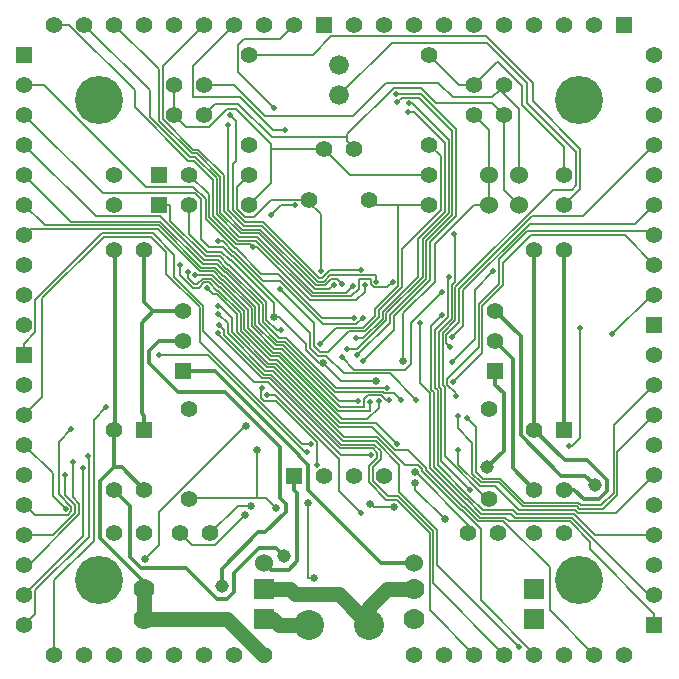
<source format=gbl>
G04 (created by PCBNEW-RS274X (2012-apr-16-27)-stable) date dim. 02 juin 2013 12:50:08 CST*
G01*
G70*
G90*
%MOIN*%
G04 Gerber Fmt 3.4, Leading zero omitted, Abs format*
%FSLAX34Y34*%
G04 APERTURE LIST*
%ADD10C,0.006000*%
%ADD11C,0.100000*%
%ADD12C,0.055000*%
%ADD13C,0.060000*%
%ADD14R,0.055000X0.055000*%
%ADD15C,0.066000*%
%ADD16C,0.056000*%
%ADD17C,0.160000*%
%ADD18C,0.070000*%
%ADD19R,0.070000X0.070000*%
%ADD20C,0.045000*%
%ADD21C,0.026000*%
%ADD22C,0.020000*%
%ADD23C,0.012000*%
%ADD24C,0.008200*%
%ADD25C,0.050000*%
G04 APERTURE END LIST*
G54D10*
G54D11*
X17000Y-25750D03*
X15000Y-25750D03*
G54D12*
X06500Y-26750D03*
X07500Y-26750D03*
X08500Y-26750D03*
X09500Y-26750D03*
X10500Y-26750D03*
X11500Y-26750D03*
X12500Y-26750D03*
X13500Y-26750D03*
X18500Y-26750D03*
X19500Y-26750D03*
X20500Y-26750D03*
X21500Y-26750D03*
X22500Y-26750D03*
X23500Y-26750D03*
X24500Y-26750D03*
X25500Y-26750D03*
G54D13*
X22000Y-10750D03*
X22000Y-11750D03*
X21000Y-10750D03*
X21000Y-11750D03*
G54D14*
X10000Y-11750D03*
G54D12*
X11000Y-11750D03*
G54D14*
X10000Y-10750D03*
G54D12*
X11000Y-10750D03*
G54D14*
X21200Y-17300D03*
G54D12*
X21200Y-16300D03*
X21200Y-15300D03*
G54D14*
X10800Y-17300D03*
G54D12*
X10800Y-16300D03*
X10800Y-15300D03*
G54D14*
X05500Y-16750D03*
G54D12*
X05500Y-17750D03*
X05500Y-18750D03*
X05500Y-19750D03*
X05500Y-20750D03*
X05500Y-21750D03*
X05500Y-22750D03*
X05500Y-23750D03*
X05500Y-24750D03*
X05500Y-25750D03*
G54D14*
X26500Y-25750D03*
G54D12*
X26500Y-24750D03*
X26500Y-23750D03*
X26500Y-22750D03*
X26500Y-21750D03*
X26500Y-20750D03*
X26500Y-19750D03*
X26500Y-18750D03*
X26500Y-17750D03*
X26500Y-16750D03*
G54D14*
X26500Y-15750D03*
G54D12*
X26500Y-14750D03*
X26500Y-13750D03*
X26500Y-12750D03*
X26500Y-11750D03*
X26500Y-10750D03*
X26500Y-09750D03*
X26500Y-08750D03*
X26500Y-07750D03*
X26500Y-06750D03*
G54D14*
X25500Y-05750D03*
G54D12*
X24500Y-05750D03*
X23500Y-05750D03*
X22500Y-05750D03*
X21500Y-05750D03*
X20500Y-05750D03*
X19500Y-05750D03*
X18500Y-05750D03*
X17500Y-05750D03*
X16500Y-05750D03*
G54D14*
X15500Y-05750D03*
G54D12*
X14500Y-05750D03*
X13500Y-05750D03*
X12500Y-05750D03*
X11500Y-05750D03*
X10500Y-05750D03*
X09500Y-05750D03*
X08500Y-05750D03*
X07500Y-05750D03*
X06500Y-05750D03*
G54D14*
X05500Y-06750D03*
G54D12*
X05500Y-07750D03*
X05500Y-08750D03*
X05500Y-09750D03*
X05500Y-10750D03*
X05500Y-11750D03*
X05500Y-12750D03*
X05500Y-13750D03*
X05500Y-14750D03*
X05500Y-15750D03*
G54D15*
X16000Y-07100D03*
X16000Y-08100D03*
G54D14*
X14500Y-20800D03*
G54D12*
X15500Y-20800D03*
X16500Y-20800D03*
X17500Y-20800D03*
X19000Y-09750D03*
X19000Y-06750D03*
X11000Y-18550D03*
X11000Y-21550D03*
X21000Y-18550D03*
X21000Y-21550D03*
G54D16*
X17000Y-11600D03*
X15000Y-11600D03*
G54D14*
X09500Y-19250D03*
G54D12*
X08500Y-19250D03*
G54D14*
X23500Y-19250D03*
G54D12*
X22500Y-19250D03*
X23500Y-11750D03*
X23500Y-10750D03*
X08500Y-21250D03*
X09500Y-21250D03*
X09500Y-22700D03*
X08500Y-22700D03*
X20300Y-22700D03*
X21300Y-22700D03*
X21500Y-08750D03*
X20500Y-08750D03*
X10500Y-08750D03*
X11500Y-08750D03*
X15500Y-09900D03*
X16500Y-09900D03*
X08500Y-11750D03*
X08500Y-10750D03*
X19000Y-11750D03*
X19000Y-10750D03*
X13000Y-10750D03*
X13000Y-11750D03*
X23500Y-13250D03*
X22500Y-13250D03*
X22500Y-21250D03*
X23500Y-21250D03*
X09500Y-13250D03*
X08500Y-13250D03*
X10700Y-22700D03*
X11700Y-22700D03*
X23500Y-22700D03*
X22500Y-22700D03*
X20500Y-07750D03*
X21500Y-07750D03*
X10500Y-07750D03*
X11500Y-07750D03*
G54D17*
X08000Y-24250D03*
X24000Y-24250D03*
X08000Y-08250D03*
X24000Y-08250D03*
G54D12*
X13000Y-09750D03*
X13000Y-06750D03*
G54D13*
X18500Y-23700D03*
X13500Y-23700D03*
G54D18*
X09500Y-24550D03*
G54D19*
X13500Y-24550D03*
G54D18*
X09500Y-25550D03*
G54D19*
X13500Y-25550D03*
G54D18*
X18500Y-24550D03*
G54D19*
X22500Y-24550D03*
G54D18*
X18500Y-25550D03*
G54D19*
X22500Y-25550D03*
G54D20*
X20933Y-20514D03*
X12075Y-24471D03*
G54D21*
X12878Y-19118D03*
X09522Y-23552D03*
X13049Y-21781D03*
X15150Y-24200D03*
X14952Y-21701D03*
X17804Y-21838D03*
X13810Y-15500D03*
X13259Y-19931D03*
X15468Y-17028D03*
X17226Y-17618D03*
X13895Y-21853D03*
X17027Y-21715D03*
X18516Y-20674D03*
X12865Y-22086D03*
X18530Y-21021D03*
X19517Y-22235D03*
X18130Y-16969D03*
G54D22*
X19826Y-12741D03*
X20354Y-21259D03*
X16771Y-16979D03*
X17896Y-08074D03*
X15346Y-16384D03*
X11964Y-16036D03*
X15375Y-13970D03*
X11944Y-15121D03*
X23643Y-19804D03*
X24015Y-15873D03*
X11990Y-15772D03*
X21989Y-26509D03*
X11963Y-15385D03*
X16545Y-16198D03*
X18270Y-08664D03*
X16496Y-15519D03*
X16260Y-16571D03*
X18318Y-08374D03*
X16597Y-16780D03*
X17931Y-08338D03*
X11967Y-12973D03*
X16780Y-15515D03*
X18556Y-18257D03*
X17578Y-17853D03*
X18046Y-18264D03*
X16632Y-18301D03*
X17643Y-18269D03*
X10687Y-13750D03*
X17913Y-19719D03*
X17308Y-18303D03*
X10950Y-13987D03*
X17027Y-18324D03*
X11202Y-14109D03*
X14535Y-11775D03*
X13713Y-12100D03*
X13808Y-08531D03*
X18687Y-15710D03*
X19798Y-17673D03*
X19892Y-18141D03*
X19754Y-16170D03*
X19694Y-16493D03*
X19413Y-15446D03*
X21133Y-13972D03*
X19750Y-17003D03*
X19646Y-14155D03*
X19958Y-19921D03*
X19958Y-18801D03*
X20245Y-18862D03*
X14933Y-20000D03*
X09983Y-16779D03*
X14180Y-09262D03*
X16072Y-14400D03*
X12289Y-09100D03*
X17233Y-14317D03*
X15808Y-14429D03*
X16459Y-14462D03*
X17060Y-20105D03*
X15047Y-19739D03*
X06875Y-21897D03*
X06869Y-20751D03*
X07107Y-20342D03*
X07446Y-20543D03*
X07616Y-20138D03*
X25100Y-16067D03*
X17772Y-14337D03*
X16715Y-13918D03*
X12358Y-08778D03*
X07066Y-19235D03*
X14024Y-14560D03*
X14054Y-15939D03*
X19414Y-14680D03*
X16077Y-16844D03*
X16733Y-22041D03*
X13571Y-18113D03*
X15239Y-20439D03*
X13413Y-17869D03*
X08234Y-18506D03*
X16846Y-14428D03*
X13113Y-13172D03*
X11574Y-14533D03*
G54D20*
X14168Y-23471D03*
X24521Y-21114D03*
G54D23*
X21793Y-16893D02*
X21200Y-16300D01*
X21793Y-20543D02*
X21793Y-16893D01*
X22500Y-21250D02*
X21793Y-20543D01*
X13511Y-22680D02*
X13293Y-22680D01*
X14020Y-19819D02*
X14020Y-21538D01*
X13293Y-22680D02*
X12075Y-23898D01*
X14206Y-21724D02*
X14206Y-21985D01*
X21483Y-19964D02*
X20933Y-20514D01*
X21483Y-18039D02*
X21483Y-19964D01*
X09647Y-17027D02*
X10618Y-17998D01*
X12199Y-17998D02*
X14020Y-19819D01*
X21200Y-17300D02*
X21200Y-17756D01*
X09647Y-16642D02*
X09647Y-17027D01*
X14206Y-21985D02*
X13511Y-22680D01*
X14020Y-21538D02*
X14206Y-21724D01*
X21200Y-17756D02*
X21483Y-18039D01*
X12075Y-23898D02*
X12075Y-24471D01*
X10618Y-17998D02*
X12199Y-17998D01*
X10800Y-16300D02*
X09989Y-16300D01*
X09989Y-16300D02*
X09647Y-16642D01*
G54D24*
X09972Y-23102D02*
X09972Y-22012D01*
X12866Y-19118D02*
X12878Y-19118D01*
X09972Y-22012D02*
X12866Y-19118D01*
X09522Y-23552D02*
X09972Y-23102D01*
X19789Y-08180D02*
X19290Y-07681D01*
X17561Y-07681D02*
X16457Y-08785D01*
X22000Y-08557D02*
X22000Y-10750D01*
X12496Y-07750D02*
X11500Y-07750D01*
X16457Y-08785D02*
X13531Y-08785D01*
X11700Y-22700D02*
X12619Y-21781D01*
X21500Y-07750D02*
X21362Y-07888D01*
X21362Y-07919D02*
X22000Y-08557D01*
X14950Y-24200D02*
X14952Y-24200D01*
X13531Y-08785D02*
X12496Y-07750D01*
X14952Y-24200D02*
X14950Y-24200D01*
X15150Y-24200D02*
X14952Y-24200D01*
X19290Y-07681D02*
X17561Y-07681D01*
X21101Y-08180D02*
X19789Y-08180D01*
X12619Y-21781D02*
X13049Y-21781D01*
X21362Y-07919D02*
X21101Y-08180D01*
X21362Y-07888D02*
X21362Y-07919D01*
X14952Y-21701D02*
X14952Y-24200D01*
G54D23*
X23500Y-13250D02*
X23500Y-18794D01*
X23500Y-19250D02*
X23500Y-18794D01*
G54D24*
X21500Y-11250D02*
X21500Y-08750D01*
X13259Y-21525D02*
X13259Y-19931D01*
X11025Y-21525D02*
X11000Y-21550D01*
X13259Y-21525D02*
X11025Y-21525D01*
X18545Y-20674D02*
X18516Y-20674D01*
X20300Y-22429D02*
X18545Y-20674D01*
X20300Y-22700D02*
X20300Y-22429D01*
X16244Y-09498D02*
X16244Y-09644D01*
X13567Y-21525D02*
X13895Y-21853D01*
X16244Y-09498D02*
X13743Y-09498D01*
X21098Y-08348D02*
X19228Y-08348D01*
X19228Y-08348D02*
X18728Y-07848D01*
X18728Y-07848D02*
X17803Y-07848D01*
X17803Y-07848D02*
X16244Y-09407D01*
X16244Y-09407D02*
X16244Y-09498D01*
X11865Y-08385D02*
X11500Y-08750D01*
X12630Y-08385D02*
X11865Y-08385D01*
X13743Y-09498D02*
X12630Y-08385D01*
X16244Y-09644D02*
X16500Y-09900D01*
X22000Y-11750D02*
X21500Y-11250D01*
X13259Y-21525D02*
X13567Y-21525D01*
X12068Y-13323D02*
X11601Y-13323D01*
X11000Y-12722D02*
X11000Y-11750D01*
X11601Y-13323D02*
X11000Y-12722D01*
X17804Y-21838D02*
X17150Y-21838D01*
X12349Y-13604D02*
X12068Y-13323D01*
X12383Y-13604D02*
X12349Y-13604D01*
X13810Y-15031D02*
X12383Y-13604D01*
X13810Y-15500D02*
X13810Y-15031D01*
X21500Y-08750D02*
X21098Y-08348D01*
X17150Y-21838D02*
X17027Y-21715D01*
X13977Y-15500D02*
X14874Y-16397D01*
X17226Y-17618D02*
X16058Y-17618D01*
X15316Y-17028D02*
X15468Y-17028D01*
X13810Y-15500D02*
X13977Y-15500D01*
X16058Y-17618D02*
X15468Y-17028D01*
X14874Y-16586D02*
X15316Y-17028D01*
X14874Y-16397D02*
X14874Y-16586D01*
G54D23*
X09406Y-18700D02*
X09500Y-18794D01*
X09406Y-15691D02*
X09406Y-18700D01*
X09797Y-15300D02*
X09406Y-15691D01*
X09500Y-13250D02*
X09500Y-15003D01*
X09500Y-19250D02*
X09500Y-18794D01*
X09797Y-15300D02*
X10800Y-15300D01*
X09500Y-15003D02*
X09797Y-15300D01*
X14956Y-21258D02*
X17398Y-23700D01*
X14652Y-20110D02*
X14652Y-20126D01*
X14956Y-20430D02*
X14956Y-21258D01*
X11842Y-17300D02*
X14652Y-20110D01*
X10800Y-17300D02*
X11842Y-17300D01*
X17398Y-23700D02*
X18500Y-23700D01*
X14652Y-20126D02*
X14956Y-20430D01*
X14600Y-23640D02*
X14600Y-21356D01*
X13500Y-23700D02*
X13729Y-23929D01*
X13729Y-23929D02*
X14311Y-23929D01*
X14311Y-23929D02*
X14600Y-23640D01*
X14500Y-20800D02*
X14500Y-21256D01*
X14600Y-21356D02*
X14500Y-21256D01*
X08500Y-20512D02*
X08762Y-20512D01*
X08500Y-19250D02*
X08515Y-19235D01*
X24244Y-20262D02*
X23512Y-20262D01*
X08034Y-22880D02*
X08034Y-20978D01*
X08034Y-20978D02*
X08500Y-20512D01*
G54D25*
X09500Y-24550D02*
X09500Y-25550D01*
G54D23*
X24645Y-21565D02*
X24927Y-21283D01*
G54D25*
X13450Y-26750D02*
X12250Y-25550D01*
G54D23*
X23823Y-21250D02*
X24138Y-21565D01*
X09500Y-24346D02*
X08034Y-22880D01*
X23500Y-21250D02*
X23823Y-21250D01*
X08515Y-13265D02*
X08500Y-13250D01*
X24138Y-21565D02*
X24645Y-21565D01*
G54D25*
X12250Y-25550D02*
X09500Y-25550D01*
G54D23*
X22500Y-13250D02*
X22500Y-19250D01*
X08500Y-20512D02*
X08500Y-19250D01*
X24927Y-20945D02*
X24244Y-20262D01*
G54D25*
X13500Y-26750D02*
X13450Y-26750D01*
G54D23*
X23512Y-20262D02*
X22500Y-19250D01*
X08762Y-20512D02*
X09500Y-21250D01*
X09500Y-24550D02*
X09500Y-24346D01*
X08515Y-19235D02*
X08515Y-13265D01*
X24927Y-21283D02*
X24927Y-20945D01*
G54D24*
X13729Y-11021D02*
X13729Y-09900D01*
X20000Y-07750D02*
X19000Y-06750D01*
X21000Y-10750D02*
X21000Y-09250D01*
X13000Y-11750D02*
X13729Y-11021D01*
X10500Y-08750D02*
X10500Y-07750D01*
X19000Y-10750D02*
X16350Y-10750D01*
X23500Y-09821D02*
X23500Y-10750D01*
X22099Y-08420D02*
X23500Y-09821D01*
X21000Y-11750D02*
X21000Y-10750D01*
X20500Y-07750D02*
X21267Y-06983D01*
X21267Y-06983D02*
X21299Y-06983D01*
X21299Y-06983D02*
X22099Y-07783D01*
X13729Y-09720D02*
X12561Y-08552D01*
X13729Y-09900D02*
X13729Y-09720D01*
X12265Y-08552D02*
X11665Y-09152D01*
X10902Y-09152D02*
X10500Y-08750D01*
X22099Y-07783D02*
X22099Y-08420D01*
X11102Y-23102D02*
X11864Y-23102D01*
X10700Y-22700D02*
X11102Y-23102D01*
X20500Y-07750D02*
X20000Y-07750D01*
X20498Y-11750D02*
X21000Y-11750D01*
X19179Y-13069D02*
X20498Y-11750D01*
X19179Y-14330D02*
X19179Y-13069D01*
X18130Y-15379D02*
X19179Y-14330D01*
X18130Y-16969D02*
X18130Y-15379D01*
X15500Y-09900D02*
X13729Y-09900D01*
X21000Y-09250D02*
X20500Y-08750D01*
X16350Y-10750D02*
X15500Y-09900D01*
X11665Y-09152D02*
X10902Y-09152D01*
X12561Y-08552D02*
X12265Y-08552D01*
X12865Y-22101D02*
X12865Y-22086D01*
X11864Y-23102D02*
X12865Y-22101D01*
X18530Y-21021D02*
X18530Y-21248D01*
X18530Y-21248D02*
X19517Y-22235D01*
G54D10*
X19839Y-14336D02*
X19839Y-12754D01*
X19393Y-20298D02*
X19393Y-17894D01*
X19315Y-17816D02*
X19315Y-15991D01*
X19746Y-15560D02*
X19746Y-14429D01*
X19393Y-17894D02*
X19315Y-17816D01*
X19746Y-14429D02*
X19839Y-14336D01*
X20354Y-21259D02*
X19393Y-20298D01*
X19315Y-15991D02*
X19746Y-15560D01*
X19839Y-12754D02*
X19826Y-12741D01*
X19883Y-09223D02*
X19883Y-12145D01*
X17814Y-15936D02*
X16771Y-16979D01*
X17896Y-08074D02*
X17912Y-08058D01*
X19883Y-12145D02*
X19023Y-13005D01*
X17814Y-15475D02*
X17814Y-15936D01*
X19023Y-14266D02*
X17814Y-15475D01*
X18718Y-08058D02*
X19883Y-09223D01*
X17912Y-08058D02*
X18718Y-08058D01*
X19023Y-13005D02*
X19023Y-14266D01*
X17150Y-11750D02*
X17965Y-11750D01*
X15880Y-15850D02*
X15346Y-16384D01*
X17199Y-15225D02*
X17199Y-15451D01*
X17965Y-14459D02*
X17199Y-15225D01*
X17000Y-11600D02*
X17150Y-11750D01*
X17965Y-11750D02*
X19000Y-11750D01*
X17965Y-11750D02*
X17965Y-14459D01*
X16800Y-15850D02*
X15880Y-15850D01*
X17199Y-15451D02*
X16800Y-15850D01*
X13434Y-17545D02*
X11964Y-16075D01*
X17108Y-19880D02*
X17046Y-19880D01*
X17568Y-21593D02*
X16986Y-21011D01*
X19006Y-25256D02*
X19006Y-22694D01*
X16986Y-20462D02*
X17253Y-20195D01*
X20500Y-26750D02*
X19006Y-25256D01*
X17046Y-19879D02*
X16013Y-19879D01*
X16986Y-21011D02*
X16986Y-20462D01*
X17046Y-19880D02*
X17046Y-19879D01*
X17905Y-21593D02*
X17568Y-21593D01*
X19006Y-22694D02*
X17905Y-21593D01*
X17253Y-20195D02*
X17253Y-20025D01*
X16013Y-19879D02*
X13679Y-17545D01*
X17253Y-20025D02*
X17108Y-19880D01*
X11964Y-16075D02*
X11964Y-16036D01*
X13679Y-17545D02*
X13434Y-17545D01*
X12590Y-11895D02*
X12590Y-11160D01*
X13728Y-11582D02*
X13146Y-12164D01*
X12859Y-12164D02*
X12590Y-11895D01*
X13146Y-12164D02*
X12859Y-12164D01*
X15000Y-11600D02*
X14952Y-11648D01*
X12590Y-11160D02*
X13000Y-10750D01*
X14886Y-11582D02*
X13728Y-11582D01*
X14952Y-11648D02*
X14886Y-11582D01*
X15375Y-12071D02*
X15375Y-13970D01*
X14952Y-11648D02*
X15375Y-12071D01*
X22500Y-26750D02*
X22500Y-26741D01*
X13829Y-17176D02*
X13584Y-17176D01*
X12403Y-15520D02*
X12004Y-15121D01*
X18761Y-20642D02*
X18761Y-20573D01*
X12403Y-15995D02*
X12403Y-15520D01*
X16163Y-19510D02*
X13829Y-17176D01*
X13584Y-17176D02*
X12403Y-15995D01*
X22500Y-26741D02*
X20706Y-24947D01*
X18761Y-20573D02*
X18617Y-20429D01*
X18176Y-20429D02*
X17257Y-19510D01*
X20063Y-21944D02*
X18761Y-20642D01*
X20095Y-21944D02*
X20063Y-21944D01*
X17257Y-19510D02*
X16163Y-19510D01*
X18617Y-20429D02*
X18176Y-20429D01*
X20706Y-22555D02*
X20095Y-21944D01*
X12004Y-15121D02*
X11944Y-15121D01*
X20706Y-24947D02*
X20706Y-22555D01*
X24015Y-15873D02*
X24015Y-19531D01*
X24015Y-19531D02*
X23742Y-19804D01*
X23742Y-19804D02*
X23643Y-19804D01*
X17618Y-21470D02*
X17109Y-20961D01*
X17157Y-19756D02*
X16063Y-19756D01*
X12157Y-15939D02*
X11990Y-15772D01*
X17376Y-20245D02*
X17376Y-19975D01*
X13484Y-17422D02*
X12157Y-16095D01*
X12157Y-16095D02*
X12157Y-15939D01*
X16063Y-19756D02*
X13729Y-17422D01*
X17376Y-19975D02*
X17157Y-19756D01*
X17109Y-20512D02*
X17376Y-20245D01*
X17955Y-21470D02*
X17618Y-21470D01*
X17109Y-20961D02*
X17109Y-20512D01*
X19129Y-24379D02*
X19129Y-22644D01*
X13729Y-17422D02*
X13484Y-17422D01*
X21500Y-26750D02*
X19129Y-24379D01*
X19129Y-22644D02*
X17955Y-21470D01*
X16113Y-19633D02*
X13779Y-17299D01*
X12280Y-16045D02*
X12280Y-15702D01*
X17207Y-19633D02*
X16113Y-19633D01*
X12280Y-15702D02*
X11963Y-15385D01*
X19252Y-23772D02*
X19252Y-22594D01*
X21989Y-26509D02*
X19252Y-23772D01*
X13779Y-17299D02*
X13534Y-17299D01*
X17990Y-21332D02*
X17990Y-20416D01*
X17990Y-20416D02*
X17207Y-19633D01*
X19252Y-22594D02*
X17990Y-21332D01*
X13534Y-17299D02*
X12280Y-16045D01*
X18618Y-12881D02*
X19514Y-11985D01*
X18618Y-14152D02*
X18618Y-12881D01*
X19514Y-11985D02*
X19514Y-09702D01*
X18476Y-08664D02*
X18270Y-08664D01*
X19514Y-09702D02*
X18476Y-08664D01*
X16799Y-16197D02*
X17445Y-15551D01*
X16545Y-16198D02*
X16545Y-16197D01*
X17445Y-15551D02*
X17445Y-15325D01*
X16545Y-16197D02*
X16799Y-16197D01*
X17445Y-15325D02*
X18618Y-14152D01*
X13966Y-14056D02*
X15429Y-15519D01*
X09543Y-11148D02*
X11135Y-11148D01*
X12513Y-13202D02*
X12547Y-13202D01*
X11135Y-11148D02*
X11537Y-11550D01*
X11537Y-11550D02*
X11537Y-12226D01*
X06145Y-07750D02*
X09543Y-11148D01*
X13401Y-14056D02*
X13966Y-14056D01*
X15429Y-15519D02*
X16496Y-15519D01*
X12547Y-13202D02*
X13401Y-14056D01*
X05500Y-07750D02*
X06145Y-07750D01*
X11537Y-12226D02*
X12513Y-13202D01*
X18414Y-08374D02*
X19637Y-09597D01*
X18777Y-12905D02*
X18777Y-14166D01*
X16598Y-16571D02*
X16260Y-16571D01*
X17568Y-15601D02*
X16598Y-16571D01*
X19637Y-12045D02*
X18777Y-12905D01*
X17568Y-15375D02*
X17568Y-15601D01*
X18777Y-14166D02*
X17568Y-15375D01*
X19637Y-09597D02*
X19637Y-12045D01*
X18318Y-08374D02*
X18414Y-08374D01*
X18088Y-08181D02*
X18640Y-08181D01*
X19760Y-09301D02*
X19760Y-12095D01*
X17931Y-08338D02*
X18088Y-08181D01*
X18900Y-14216D02*
X17691Y-15425D01*
X17691Y-15686D02*
X16597Y-16780D01*
X17691Y-15425D02*
X17691Y-15686D01*
X18900Y-12955D02*
X18900Y-14216D01*
X19760Y-12095D02*
X18900Y-12955D01*
X18640Y-08181D02*
X19760Y-09301D01*
X16568Y-15727D02*
X16780Y-15515D01*
X12111Y-12973D02*
X12463Y-13325D01*
X12497Y-13325D02*
X13459Y-14287D01*
X15464Y-15727D02*
X16568Y-15727D01*
X13459Y-14287D02*
X14024Y-14287D01*
X11967Y-12973D02*
X12111Y-12973D01*
X14024Y-14287D02*
X15464Y-15727D01*
X12463Y-13325D02*
X12497Y-13325D01*
X11391Y-12893D02*
X11665Y-13167D01*
X08109Y-11359D02*
X11171Y-11359D01*
X12132Y-13167D02*
X12413Y-13448D01*
X11171Y-11359D02*
X11391Y-11579D01*
X15030Y-16031D02*
X15030Y-16522D01*
X15030Y-16522D02*
X15291Y-16783D01*
X12413Y-13448D02*
X12447Y-13448D01*
X12447Y-13448D02*
X15030Y-16031D01*
X15569Y-16783D02*
X16159Y-17373D01*
X11391Y-11579D02*
X11391Y-12893D01*
X05500Y-08750D02*
X08109Y-11359D01*
X17672Y-17373D02*
X18556Y-18257D01*
X15291Y-16783D02*
X15569Y-16783D01*
X11665Y-13167D02*
X12132Y-13167D01*
X16159Y-17373D02*
X17672Y-17373D01*
X11487Y-13602D02*
X10016Y-12131D01*
X10016Y-12131D02*
X07881Y-12131D01*
X07881Y-12131D02*
X05500Y-09750D01*
X13442Y-15056D02*
X12269Y-13883D01*
X17567Y-17864D02*
X15901Y-17864D01*
X15901Y-17864D02*
X14229Y-16192D01*
X12269Y-13883D02*
X12235Y-13883D01*
X12235Y-13883D02*
X11954Y-13602D01*
X11954Y-13602D02*
X11487Y-13602D01*
X13442Y-15650D02*
X13442Y-15056D01*
X13984Y-16192D02*
X13442Y-15650D01*
X17578Y-17853D02*
X17567Y-17864D01*
X14229Y-16192D02*
X13984Y-16192D01*
X11904Y-13725D02*
X11437Y-13725D01*
X10027Y-12315D02*
X07065Y-12315D01*
X07065Y-12315D02*
X05500Y-10750D01*
X11437Y-13725D02*
X10027Y-12315D01*
X12219Y-14006D02*
X12185Y-14006D01*
X18046Y-18264D02*
X17828Y-18046D01*
X13319Y-15106D02*
X12219Y-14006D01*
X17438Y-17987D02*
X15851Y-17987D01*
X15851Y-17987D02*
X14179Y-16315D01*
X14179Y-16315D02*
X13934Y-16315D01*
X13934Y-16315D02*
X13319Y-15700D01*
X17497Y-18046D02*
X17438Y-17987D01*
X13319Y-15700D02*
X13319Y-15106D01*
X17828Y-18046D02*
X17497Y-18046D01*
X12185Y-14006D02*
X11904Y-13725D01*
X12169Y-14129D02*
X12135Y-14129D01*
X13884Y-16438D02*
X13196Y-15750D01*
X06188Y-12438D02*
X05500Y-11750D01*
X09977Y-12438D02*
X06188Y-12438D01*
X13196Y-15156D02*
X12169Y-14129D01*
X11387Y-13848D02*
X09977Y-12438D01*
X15992Y-18301D02*
X14129Y-16438D01*
X13196Y-15750D02*
X13196Y-15156D01*
X12135Y-14129D02*
X11854Y-13848D01*
X11854Y-13848D02*
X11387Y-13848D01*
X14129Y-16438D02*
X13884Y-16438D01*
X16632Y-18301D02*
X15992Y-18301D01*
X09938Y-12572D02*
X05678Y-12572D01*
X13073Y-15206D02*
X12119Y-14252D01*
X12085Y-14252D02*
X11804Y-13971D01*
X05678Y-12572D02*
X05500Y-12750D01*
X11337Y-13971D02*
X09938Y-12572D01*
X11804Y-13971D02*
X11337Y-13971D01*
X12119Y-14252D02*
X12085Y-14252D01*
X17388Y-18110D02*
X16960Y-18110D01*
X16014Y-18496D02*
X14079Y-16561D01*
X16960Y-18110D02*
X16833Y-18237D01*
X16833Y-18237D02*
X16833Y-18480D01*
X13834Y-16561D02*
X13073Y-15800D01*
X17643Y-18269D02*
X17547Y-18269D01*
X13073Y-15800D02*
X13073Y-15206D01*
X16817Y-18496D02*
X16014Y-18496D01*
X14079Y-16561D02*
X13834Y-16561D01*
X17547Y-18269D02*
X17388Y-18110D01*
X16833Y-18480D02*
X16817Y-18496D01*
X13684Y-16930D02*
X13929Y-16930D01*
X17222Y-19028D02*
X17913Y-19719D01*
X12704Y-15356D02*
X12704Y-15950D01*
X11495Y-14340D02*
X11654Y-14340D01*
X16027Y-19028D02*
X17222Y-19028D01*
X13929Y-16930D02*
X16027Y-19028D01*
X12704Y-15950D02*
X13684Y-16930D01*
X11935Y-14621D02*
X11969Y-14621D01*
X11314Y-14521D02*
X11495Y-14340D01*
X11106Y-14521D02*
X11314Y-14521D01*
X11969Y-14621D02*
X12704Y-15356D01*
X10687Y-13750D02*
X10687Y-14102D01*
X10687Y-14102D02*
X11106Y-14521D01*
X11654Y-14340D02*
X11935Y-14621D01*
X17308Y-18516D02*
X16919Y-18905D01*
X11704Y-14217D02*
X11445Y-14217D01*
X16077Y-18905D02*
X13979Y-16807D01*
X12019Y-14498D02*
X11985Y-14498D01*
X12827Y-15306D02*
X12019Y-14498D01*
X10950Y-14192D02*
X10950Y-13987D01*
X16919Y-18905D02*
X16077Y-18905D01*
X11264Y-14398D02*
X11156Y-14398D01*
X13979Y-16807D02*
X13734Y-16807D01*
X12827Y-15900D02*
X12827Y-15306D01*
X11156Y-14398D02*
X10950Y-14192D01*
X11445Y-14217D02*
X11264Y-14398D01*
X13734Y-16807D02*
X12827Y-15900D01*
X17308Y-18303D02*
X17308Y-18516D01*
X11985Y-14498D02*
X11704Y-14217D01*
X17011Y-18622D02*
X15967Y-18622D01*
X12950Y-15850D02*
X12950Y-15256D01*
X14029Y-16684D02*
X13784Y-16684D01*
X17027Y-18606D02*
X17011Y-18622D01*
X12035Y-14375D02*
X11754Y-14094D01*
X11754Y-14094D02*
X11217Y-14094D01*
X17027Y-18324D02*
X17027Y-18606D01*
X15967Y-18622D02*
X14029Y-16684D01*
X13784Y-16684D02*
X12950Y-15850D01*
X12069Y-14375D02*
X12035Y-14375D01*
X12950Y-15256D02*
X12069Y-14375D01*
X11217Y-14094D02*
X11202Y-14109D01*
X14038Y-11775D02*
X13713Y-12100D01*
X14535Y-11775D02*
X14038Y-11775D01*
X14033Y-06217D02*
X12819Y-06217D01*
X12819Y-06217D02*
X12615Y-06421D01*
X14500Y-05750D02*
X14033Y-06217D01*
X12615Y-06421D02*
X12615Y-07338D01*
X12615Y-07338D02*
X13808Y-08531D01*
X19024Y-18044D02*
X19024Y-20547D01*
X26500Y-25750D02*
X26500Y-25382D01*
X20175Y-21698D02*
X20195Y-21698D01*
X20678Y-22181D02*
X21518Y-22181D01*
X24353Y-22981D02*
X24353Y-23235D01*
X19024Y-20547D02*
X20175Y-21698D01*
X21518Y-22181D02*
X21641Y-22304D01*
X20195Y-21698D02*
X20678Y-22181D01*
X21641Y-22304D02*
X23676Y-22304D01*
X18687Y-17707D02*
X19024Y-18044D01*
X23676Y-22304D02*
X24353Y-22981D01*
X24353Y-23235D02*
X26500Y-25382D01*
X18687Y-15710D02*
X18687Y-17707D01*
X21457Y-13690D02*
X22377Y-12770D01*
X25520Y-12770D02*
X26500Y-13750D01*
X22377Y-12770D02*
X25520Y-12770D01*
X19798Y-17673D02*
X20767Y-16704D01*
X21457Y-14437D02*
X21457Y-13690D01*
X20767Y-15127D02*
X21457Y-14437D01*
X20767Y-16704D02*
X20767Y-15127D01*
X20644Y-15077D02*
X21334Y-14387D01*
X20644Y-16513D02*
X20644Y-15077D01*
X22247Y-12646D02*
X26396Y-12646D01*
X19597Y-17752D02*
X19597Y-17560D01*
X19892Y-18047D02*
X19597Y-17752D01*
X19892Y-18141D02*
X19892Y-18047D01*
X21334Y-14387D02*
X21334Y-13559D01*
X19597Y-17560D02*
X20644Y-16513D01*
X26396Y-12646D02*
X26500Y-12750D01*
X21334Y-13559D02*
X22247Y-12646D01*
X26500Y-11750D02*
X25869Y-12381D01*
X20118Y-14600D02*
X20118Y-15806D01*
X20118Y-15806D02*
X19754Y-16170D01*
X25869Y-12381D02*
X22337Y-12381D01*
X22337Y-12381D02*
X20118Y-14600D01*
X19561Y-16360D02*
X19694Y-16493D01*
X24132Y-12118D02*
X22425Y-12118D01*
X19561Y-16091D02*
X19561Y-16360D01*
X19992Y-14551D02*
X19992Y-15660D01*
X19992Y-15660D02*
X19561Y-16091D01*
X22425Y-12118D02*
X19992Y-14551D01*
X26500Y-09750D02*
X24132Y-12118D01*
X23763Y-22181D02*
X26332Y-24750D01*
X21853Y-22181D02*
X23763Y-22181D01*
X19413Y-15446D02*
X19069Y-15790D01*
X20225Y-21575D02*
X20245Y-21575D01*
X19147Y-17994D02*
X19147Y-20497D01*
X20245Y-21575D02*
X20728Y-22058D01*
X20728Y-22058D02*
X21730Y-22058D01*
X19069Y-17916D02*
X19147Y-17994D01*
X19069Y-15790D02*
X19069Y-17916D01*
X21730Y-22058D02*
X21853Y-22181D01*
X19147Y-20497D02*
X20225Y-21575D01*
X26332Y-24750D02*
X26500Y-24750D01*
X20511Y-16242D02*
X20511Y-14594D01*
X19750Y-17003D02*
X20511Y-16242D01*
X20511Y-14594D02*
X21133Y-13972D01*
X21780Y-21935D02*
X21903Y-22058D01*
X20778Y-21935D02*
X21780Y-21935D01*
X19646Y-14155D02*
X19623Y-14178D01*
X19192Y-15941D02*
X19192Y-17866D01*
X24505Y-22750D02*
X26500Y-22750D01*
X23813Y-22058D02*
X24505Y-22750D01*
X19270Y-20447D02*
X20275Y-21452D01*
X21903Y-22058D02*
X23813Y-22058D01*
X20295Y-21452D02*
X20778Y-21935D01*
X19270Y-17944D02*
X19270Y-20447D01*
X19623Y-15510D02*
X19192Y-15941D01*
X19623Y-14178D02*
X19623Y-15510D01*
X20275Y-21452D02*
X20295Y-21452D01*
X19192Y-17866D02*
X19270Y-17944D01*
X21992Y-21935D02*
X21193Y-21136D01*
X21193Y-21136D02*
X20678Y-21136D01*
X20678Y-21136D02*
X19958Y-20416D01*
X23951Y-22022D02*
X23864Y-21935D01*
X19958Y-20416D02*
X19958Y-19921D01*
X23864Y-21935D02*
X21992Y-21935D01*
X26500Y-20750D02*
X25228Y-22022D01*
X25228Y-22022D02*
X23951Y-22022D01*
X24782Y-21899D02*
X25261Y-21420D01*
X25261Y-19989D02*
X26500Y-18750D01*
X20434Y-20719D02*
X20728Y-21013D01*
X24001Y-21899D02*
X24782Y-21899D01*
X19958Y-18801D02*
X19958Y-19206D01*
X21316Y-21013D02*
X22114Y-21811D01*
X19958Y-19206D02*
X20434Y-19682D01*
X23913Y-21811D02*
X24001Y-21899D01*
X25261Y-21420D02*
X25261Y-19989D01*
X22114Y-21811D02*
X23913Y-21811D01*
X20728Y-21013D02*
X21316Y-21013D01*
X20434Y-19682D02*
X20434Y-20719D01*
X25138Y-21370D02*
X25138Y-19112D01*
X25138Y-19112D02*
X26500Y-17750D01*
X22163Y-21687D02*
X23962Y-21687D01*
X20557Y-20669D02*
X20778Y-20890D01*
X24051Y-21776D02*
X24732Y-21776D01*
X24732Y-21776D02*
X25138Y-21370D01*
X20778Y-20890D02*
X21366Y-20890D01*
X20245Y-18862D02*
X20557Y-19174D01*
X21366Y-20890D02*
X22163Y-21687D01*
X20557Y-19174D02*
X20557Y-20669D01*
X23962Y-21687D02*
X24051Y-21776D01*
X14840Y-20000D02*
X11619Y-16779D01*
X11619Y-16779D02*
X09983Y-16779D01*
X14933Y-20000D02*
X14840Y-20000D01*
X12500Y-05750D02*
X11109Y-07141D01*
X11109Y-08133D02*
X11125Y-08149D01*
X13786Y-09261D02*
X14180Y-09261D01*
X11109Y-07141D02*
X11109Y-08133D01*
X14180Y-09261D02*
X14180Y-09262D01*
X11125Y-08149D02*
X12674Y-08149D01*
X12674Y-08149D02*
X13786Y-09261D01*
X12152Y-11976D02*
X12152Y-10779D01*
X10110Y-08909D02*
X10110Y-07140D01*
X11296Y-09923D02*
X11124Y-09923D01*
X11124Y-09923D02*
X10110Y-08909D01*
X13362Y-12587D02*
X12763Y-12587D01*
X12763Y-12587D02*
X12152Y-11976D01*
X15520Y-14445D02*
X15220Y-14445D01*
X15220Y-14445D02*
X13362Y-12587D01*
X10110Y-07140D02*
X11500Y-05750D01*
X16072Y-14400D02*
X15908Y-14236D01*
X15908Y-14236D02*
X15729Y-14236D01*
X15729Y-14236D02*
X15520Y-14445D01*
X12152Y-10779D02*
X11296Y-09923D01*
X17233Y-14147D02*
X17197Y-14111D01*
X15470Y-14322D02*
X15270Y-14322D01*
X17197Y-14111D02*
X15681Y-14111D01*
X15681Y-14111D02*
X15470Y-14322D01*
X15270Y-14322D02*
X13412Y-12464D01*
X13412Y-12464D02*
X12813Y-12464D01*
X12813Y-12464D02*
X12289Y-11940D01*
X12289Y-11940D02*
X12289Y-09100D01*
X17233Y-14317D02*
X17233Y-14147D01*
X15669Y-14568D02*
X15170Y-14568D01*
X09987Y-07237D02*
X08500Y-05750D01*
X15170Y-14568D02*
X13312Y-12710D01*
X13312Y-12710D02*
X12713Y-12710D01*
X15808Y-14429D02*
X15669Y-14568D01*
X12029Y-10829D02*
X11246Y-10046D01*
X11246Y-10046D02*
X11073Y-10046D01*
X12713Y-12710D02*
X12029Y-12026D01*
X11073Y-10046D02*
X09987Y-08960D01*
X09987Y-08960D02*
X09987Y-07237D01*
X12029Y-12026D02*
X12029Y-10829D01*
X12663Y-12833D02*
X11906Y-12076D01*
X11196Y-10169D02*
X11023Y-10169D01*
X11906Y-12076D02*
X11906Y-10879D01*
X16459Y-14462D02*
X16230Y-14691D01*
X15120Y-14691D02*
X13262Y-12833D01*
X09691Y-08837D02*
X09691Y-07941D01*
X11906Y-10879D02*
X11196Y-10169D01*
X11023Y-10169D02*
X09691Y-08837D01*
X16230Y-14691D02*
X15120Y-14691D01*
X13262Y-12833D02*
X12663Y-12833D01*
X09691Y-07941D02*
X07500Y-05750D01*
X05500Y-16750D02*
X05500Y-16382D01*
X16066Y-20105D02*
X17060Y-20105D01*
X13629Y-17668D02*
X16066Y-20105D01*
X13155Y-17668D02*
X13629Y-17668D01*
X11461Y-15974D02*
X13155Y-17668D01*
X11461Y-15127D02*
X11461Y-15974D01*
X10494Y-14160D02*
X11461Y-15127D01*
X10494Y-13416D02*
X10494Y-14160D01*
X09773Y-12695D02*
X10494Y-13416D01*
X08102Y-12695D02*
X09773Y-12695D01*
X05868Y-14929D02*
X08102Y-12695D01*
X05868Y-16014D02*
X05868Y-14929D01*
X05500Y-16382D02*
X05868Y-16014D01*
X06095Y-14877D02*
X08154Y-12818D01*
X11338Y-15177D02*
X11338Y-16325D01*
X11338Y-16325D02*
X14752Y-19739D01*
X10235Y-14074D02*
X11338Y-15177D01*
X10235Y-13330D02*
X10235Y-14074D01*
X08154Y-12818D02*
X09723Y-12818D01*
X09723Y-12818D02*
X10235Y-13330D01*
X14752Y-19739D02*
X15047Y-19739D01*
X05500Y-18750D02*
X06095Y-18155D01*
X06095Y-18155D02*
X06095Y-14877D01*
X05500Y-19750D02*
X06457Y-20707D01*
X06457Y-21479D02*
X06875Y-21897D01*
X06457Y-20707D02*
X06457Y-21479D01*
X07191Y-22027D02*
X07191Y-21767D01*
X07191Y-21767D02*
X06869Y-21445D01*
X06869Y-21445D02*
X06869Y-20751D01*
X05500Y-22750D02*
X06468Y-22750D01*
X06468Y-22750D02*
X07191Y-22027D01*
X07314Y-22077D02*
X07314Y-21717D01*
X05500Y-23750D02*
X05641Y-23750D01*
X07107Y-21510D02*
X07107Y-20342D01*
X05641Y-23750D02*
X07314Y-22077D01*
X07314Y-21717D02*
X07107Y-21510D01*
X05500Y-24750D02*
X07446Y-22804D01*
X07446Y-22804D02*
X07446Y-20543D01*
X05869Y-24586D02*
X07640Y-22815D01*
X05869Y-25381D02*
X05869Y-24586D01*
X05500Y-25750D02*
X05869Y-25381D01*
X07640Y-20162D02*
X07616Y-20138D01*
X07640Y-22815D02*
X07640Y-20162D01*
X16000Y-08100D02*
X17749Y-06351D01*
X23104Y-11266D02*
X19869Y-14501D01*
X20912Y-06351D02*
X22264Y-07703D01*
X22264Y-07703D02*
X22264Y-08363D01*
X22264Y-08363D02*
X23890Y-09989D01*
X20919Y-21550D02*
X21000Y-21550D01*
X19516Y-17844D02*
X19516Y-20147D01*
X23890Y-11112D02*
X23736Y-11266D01*
X23736Y-11266D02*
X23104Y-11266D01*
X23890Y-09989D02*
X23890Y-11112D01*
X17749Y-06351D02*
X20912Y-06351D01*
X19869Y-15610D02*
X19438Y-16041D01*
X19438Y-16041D02*
X19438Y-17766D01*
X19869Y-14501D02*
X19869Y-15610D01*
X19438Y-17766D02*
X19516Y-17844D01*
X19516Y-20147D02*
X20919Y-21550D01*
X26500Y-14750D02*
X26417Y-14750D01*
X26417Y-14750D02*
X25100Y-16067D01*
X06979Y-05750D02*
X06500Y-05750D01*
X10958Y-10294D02*
X09176Y-08512D01*
X09176Y-07947D02*
X06979Y-05750D01*
X09176Y-08512D02*
X09176Y-07947D01*
X11783Y-10929D02*
X11148Y-10294D01*
X11783Y-12126D02*
X11783Y-10929D01*
X11148Y-10294D02*
X10958Y-10294D01*
X16661Y-14234D02*
X16653Y-14242D01*
X12613Y-12956D02*
X11783Y-12126D01*
X17039Y-14250D02*
X17023Y-14234D01*
X17599Y-14510D02*
X17154Y-14510D01*
X16653Y-14559D02*
X16398Y-14814D01*
X16398Y-14814D02*
X15070Y-14814D01*
X13212Y-12956D02*
X12613Y-12956D01*
X15070Y-14814D02*
X13212Y-12956D01*
X17772Y-14337D02*
X17599Y-14510D01*
X17039Y-14395D02*
X17039Y-14250D01*
X17023Y-14234D02*
X16661Y-14234D01*
X16653Y-14242D02*
X16653Y-14559D01*
X17154Y-14510D02*
X17039Y-14395D01*
X13462Y-12341D02*
X12863Y-12341D01*
X12863Y-12341D02*
X12451Y-11929D01*
X12558Y-10300D02*
X12558Y-08978D01*
X12558Y-08978D02*
X12358Y-08778D01*
X12451Y-10407D02*
X12558Y-10300D01*
X15701Y-13918D02*
X15420Y-14199D01*
X16715Y-13918D02*
X15701Y-13918D01*
X15320Y-14199D02*
X13462Y-12341D01*
X15420Y-14199D02*
X15320Y-14199D01*
X12451Y-11929D02*
X12451Y-10407D01*
X06650Y-21399D02*
X06650Y-19651D01*
X07068Y-21977D02*
X07068Y-21817D01*
X06650Y-19651D02*
X07066Y-19235D01*
X07068Y-21817D02*
X06650Y-21399D01*
X06938Y-22107D02*
X07068Y-21977D01*
X05857Y-22107D02*
X06938Y-22107D01*
X05500Y-21750D02*
X05857Y-22107D01*
X15153Y-16472D02*
X15341Y-16660D01*
X16322Y-15973D02*
X16850Y-15973D01*
X17322Y-15275D02*
X18088Y-14509D01*
X15153Y-15689D02*
X15153Y-16472D01*
X15635Y-16660D02*
X16322Y-15973D01*
X15341Y-16660D02*
X15635Y-16660D01*
X14024Y-14560D02*
X15153Y-15689D01*
X18088Y-14509D02*
X18088Y-13223D01*
X10368Y-12310D02*
X10368Y-11750D01*
X10000Y-11750D02*
X10368Y-11750D01*
X12285Y-13760D02*
X12004Y-13479D01*
X11537Y-13479D02*
X10368Y-12310D01*
X18088Y-13223D02*
X19390Y-11921D01*
X14054Y-15938D02*
X13903Y-15938D01*
X13565Y-15006D02*
X12319Y-13760D01*
X12004Y-13479D02*
X11537Y-13479D01*
X19390Y-11921D02*
X19390Y-10140D01*
X12319Y-13760D02*
X12285Y-13760D01*
X19390Y-10140D02*
X19000Y-09750D01*
X13565Y-15600D02*
X13565Y-15006D01*
X13903Y-15938D02*
X13565Y-15600D01*
X14054Y-15939D02*
X14054Y-15938D01*
X17322Y-15501D02*
X17322Y-15275D01*
X16850Y-15973D02*
X17322Y-15501D01*
X18195Y-17250D02*
X16483Y-17250D01*
X18388Y-17057D02*
X18195Y-17250D01*
X19414Y-14680D02*
X18388Y-15706D01*
X24014Y-11236D02*
X24014Y-09881D01*
X24014Y-09881D02*
X22439Y-08306D01*
X15109Y-06750D02*
X13000Y-06750D01*
X20876Y-06139D02*
X15720Y-06139D01*
X22439Y-08306D02*
X22439Y-07702D01*
X16483Y-17250D02*
X16077Y-16844D01*
X23500Y-11750D02*
X24014Y-11236D01*
X18388Y-15706D02*
X18388Y-17057D01*
X22439Y-07702D02*
X20876Y-06139D01*
X15720Y-06139D02*
X15109Y-06750D01*
X13571Y-18113D02*
X13869Y-18113D01*
X16001Y-21309D02*
X16733Y-22041D01*
X16001Y-20245D02*
X16001Y-21309D01*
X13869Y-18113D02*
X16001Y-20245D01*
X15240Y-20439D02*
X15239Y-20439D01*
X13887Y-18306D02*
X15240Y-19659D01*
X13413Y-17869D02*
X13378Y-17904D01*
X15240Y-19659D02*
X15240Y-20439D01*
X13378Y-18192D02*
X13492Y-18306D01*
X13492Y-18306D02*
X13887Y-18306D01*
X13378Y-17904D02*
X13378Y-18192D01*
X06500Y-26382D02*
X06500Y-24262D01*
X07812Y-22950D02*
X07812Y-18928D01*
X06500Y-24262D02*
X07812Y-22950D01*
X07812Y-18928D02*
X08234Y-18506D01*
X06500Y-26750D02*
X06500Y-26382D01*
X18279Y-19918D02*
X17838Y-19918D01*
X16557Y-14941D02*
X15024Y-14941D01*
X15024Y-14941D02*
X13255Y-13172D01*
X13255Y-13172D02*
X13113Y-13172D01*
X13634Y-17053D02*
X12581Y-16000D01*
X16846Y-14652D02*
X16557Y-14941D01*
X11785Y-14744D02*
X11574Y-14533D01*
X18901Y-20540D02*
X18279Y-19918D01*
X20125Y-21821D02*
X18901Y-20597D01*
X12563Y-13079D02*
X11660Y-12176D01*
X13020Y-13079D02*
X12563Y-13079D01*
X11660Y-11410D02*
X11000Y-10750D01*
X11660Y-12176D02*
X11660Y-11410D01*
X16846Y-14428D02*
X16846Y-14652D01*
X17838Y-19918D02*
X17071Y-19151D01*
X17071Y-19151D02*
X15977Y-19151D01*
X15977Y-19151D02*
X13879Y-17053D01*
X13879Y-17053D02*
X13634Y-17053D01*
X11919Y-14744D02*
X11785Y-14744D01*
X12581Y-15406D02*
X11919Y-14744D01*
X12581Y-16000D02*
X12581Y-15406D01*
X20628Y-22304D02*
X20145Y-21821D01*
X13113Y-13172D02*
X13020Y-13079D01*
X20145Y-21821D02*
X20125Y-21821D01*
X21468Y-22304D02*
X20628Y-22304D01*
X18901Y-20597D02*
X18901Y-20540D01*
X23010Y-23846D02*
X21468Y-22304D01*
X23010Y-25260D02*
X23010Y-23846D01*
X24500Y-26750D02*
X23010Y-25260D01*
G54D25*
X17600Y-24550D02*
X18500Y-24550D01*
X17000Y-25150D02*
X17600Y-24550D01*
X14350Y-24550D02*
X13500Y-24550D01*
X14525Y-24725D02*
X14350Y-24550D01*
X15975Y-24725D02*
X14525Y-24725D01*
X17000Y-25750D02*
X17000Y-25150D01*
X17000Y-25750D02*
X15975Y-24725D01*
X13500Y-25550D02*
X13800Y-25550D01*
X14000Y-25750D02*
X15000Y-25750D01*
X13800Y-25550D02*
X14000Y-25750D01*
G54D23*
X09033Y-21783D02*
X09033Y-23502D01*
X21200Y-15300D02*
X22044Y-16144D01*
X09033Y-23502D02*
X09394Y-23863D01*
X08500Y-21250D02*
X09033Y-21783D01*
X24190Y-20783D02*
X24521Y-21114D01*
X23388Y-20783D02*
X24190Y-20783D01*
X13885Y-23188D02*
X14168Y-23471D01*
X11907Y-24895D02*
X12244Y-24895D01*
X12244Y-24895D02*
X12481Y-24658D01*
X10875Y-23863D02*
X11907Y-24895D01*
X12481Y-24658D02*
X12481Y-24032D01*
X12481Y-24032D02*
X13325Y-23188D01*
X13325Y-23188D02*
X13885Y-23188D01*
X22044Y-19439D02*
X23388Y-20783D01*
X09394Y-23863D02*
X10875Y-23863D01*
X22044Y-16144D02*
X22044Y-19439D01*
M02*

</source>
